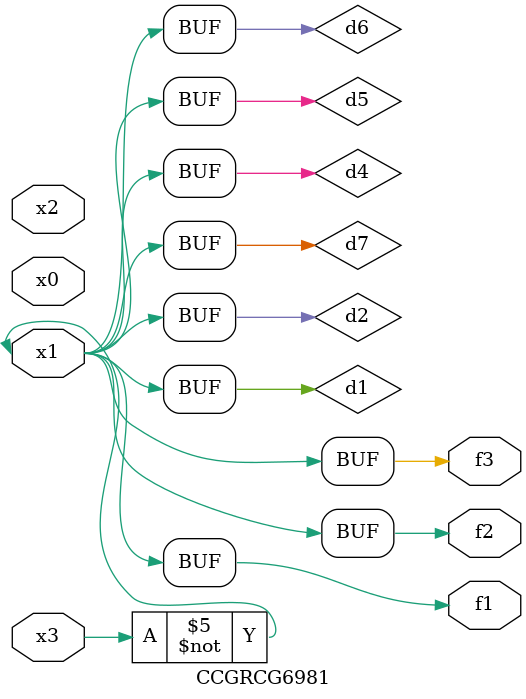
<source format=v>
module CCGRCG6981(
	input x0, x1, x2, x3,
	output f1, f2, f3
);

	wire d1, d2, d3, d4, d5, d6, d7;

	not (d1, x3);
	buf (d2, x1);
	xnor (d3, d1, d2);
	nor (d4, d1);
	buf (d5, d1, d2);
	buf (d6, d4, d5);
	nand (d7, d4);
	assign f1 = d6;
	assign f2 = d7;
	assign f3 = d6;
endmodule

</source>
